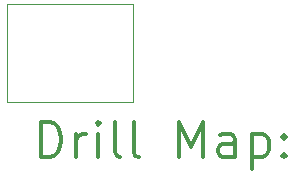
<source format=gbr>
%FSLAX45Y45*%
G04 Gerber Fmt 4.5, Leading zero omitted, Abs format (unit mm)*
G04 Created by KiCad (PCBNEW (5.1.6)-1) date 2022-11-10 12:24:44*
%MOMM*%
%LPD*%
G01*
G04 APERTURE LIST*
%TA.AperFunction,Profile*%
%ADD10C,0.050000*%
%TD*%
%ADD11C,0.200000*%
%ADD12C,0.300000*%
G04 APERTURE END LIST*
D10*
X15910560Y-9613900D02*
X15910560Y-8788400D01*
X14846300Y-9613900D02*
X15910560Y-9613900D01*
X14846300Y-8788400D02*
X14846300Y-9613900D01*
X15910560Y-8788400D02*
X14846300Y-8788400D01*
D11*
D12*
X15130228Y-10082114D02*
X15130228Y-9782114D01*
X15201657Y-9782114D01*
X15244514Y-9796400D01*
X15273086Y-9824972D01*
X15287371Y-9853543D01*
X15301657Y-9910686D01*
X15301657Y-9953543D01*
X15287371Y-10010686D01*
X15273086Y-10039257D01*
X15244514Y-10067829D01*
X15201657Y-10082114D01*
X15130228Y-10082114D01*
X15430228Y-10082114D02*
X15430228Y-9882114D01*
X15430228Y-9939257D02*
X15444514Y-9910686D01*
X15458800Y-9896400D01*
X15487371Y-9882114D01*
X15515943Y-9882114D01*
X15615943Y-10082114D02*
X15615943Y-9882114D01*
X15615943Y-9782114D02*
X15601657Y-9796400D01*
X15615943Y-9810686D01*
X15630228Y-9796400D01*
X15615943Y-9782114D01*
X15615943Y-9810686D01*
X15801657Y-10082114D02*
X15773086Y-10067829D01*
X15758800Y-10039257D01*
X15758800Y-9782114D01*
X15958800Y-10082114D02*
X15930228Y-10067829D01*
X15915943Y-10039257D01*
X15915943Y-9782114D01*
X16301657Y-10082114D02*
X16301657Y-9782114D01*
X16401657Y-9996400D01*
X16501657Y-9782114D01*
X16501657Y-10082114D01*
X16773086Y-10082114D02*
X16773086Y-9924972D01*
X16758800Y-9896400D01*
X16730228Y-9882114D01*
X16673086Y-9882114D01*
X16644514Y-9896400D01*
X16773086Y-10067829D02*
X16744514Y-10082114D01*
X16673086Y-10082114D01*
X16644514Y-10067829D01*
X16630228Y-10039257D01*
X16630228Y-10010686D01*
X16644514Y-9982114D01*
X16673086Y-9967829D01*
X16744514Y-9967829D01*
X16773086Y-9953543D01*
X16915943Y-9882114D02*
X16915943Y-10182114D01*
X16915943Y-9896400D02*
X16944514Y-9882114D01*
X17001657Y-9882114D01*
X17030228Y-9896400D01*
X17044514Y-9910686D01*
X17058800Y-9939257D01*
X17058800Y-10024972D01*
X17044514Y-10053543D01*
X17030228Y-10067829D01*
X17001657Y-10082114D01*
X16944514Y-10082114D01*
X16915943Y-10067829D01*
X17187371Y-10053543D02*
X17201657Y-10067829D01*
X17187371Y-10082114D01*
X17173086Y-10067829D01*
X17187371Y-10053543D01*
X17187371Y-10082114D01*
X17187371Y-9896400D02*
X17201657Y-9910686D01*
X17187371Y-9924972D01*
X17173086Y-9910686D01*
X17187371Y-9896400D01*
X17187371Y-9924972D01*
M02*

</source>
